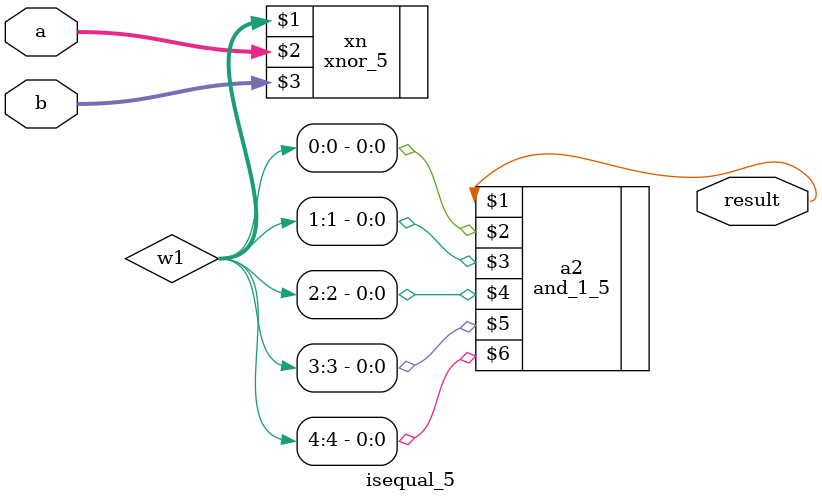
<source format=v>
module isequal_5(result,a,b);
	input[4:0] a,b;
	output result;
	wire[4:0] w1;
	xnor_5 xn(w1,a,b);
	and_1_5 a2(result,w1[0],w1[1],w1[2],w1[3],w1[4]);
	// and_1_5(out,a,b,c,d,e);
	// and_5(out,a,b);
endmodule

</source>
